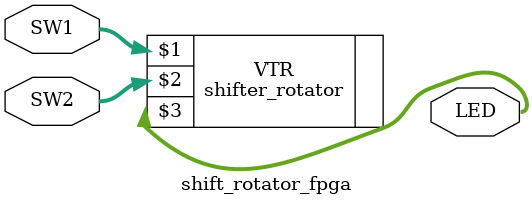
<source format=v>
`timescale 1ns / 1ps


module shift_rotator_fpga(
	input  [2:0]  SW1, 
	input  [3:0]  SW2, 
	output [3:0]  LED
	);

	shifter_rotator VTR (SW1, SW2, LED);

endmodule

</source>
